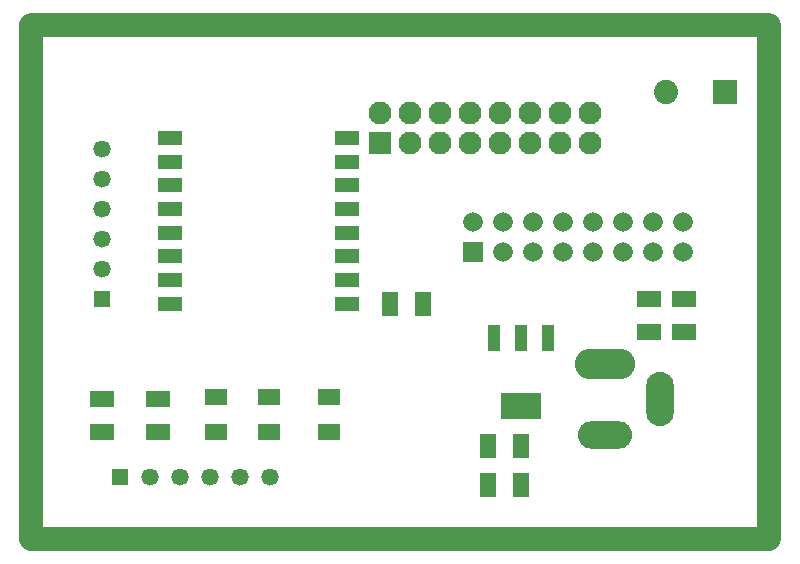
<source format=gbs>
G04*
G04 #@! TF.GenerationSoftware,Altium Limited,Altium Designer,20.1.12 (249)*
G04*
G04 Layer_Color=16711935*
%FSLAX44Y44*%
%MOMM*%
G71*
G04*
G04 #@! TF.SameCoordinates,2C1882C9-CBDB-4859-8E7C-5A4850A28F2A*
G04*
G04*
G04 #@! TF.FilePolarity,Negative*
G04*
G01*
G75*
%ADD27C,2.0000*%
%ADD31R,1.4700X2.0100*%
%ADD32R,2.0100X1.4700*%
%ADD33R,1.8700X1.3300*%
%ADD39R,1.6700X1.6700*%
%ADD40C,1.6700*%
%ADD41C,1.4700*%
%ADD42R,1.4700X1.4700*%
%ADD43R,1.4700X1.4700*%
%ADD44O,2.3500X4.6000*%
%ADD45O,4.6000X2.3500*%
%ADD46O,5.1000X2.6000*%
%ADD47R,2.0500X2.0500*%
%ADD48C,2.0500*%
%ADD49C,1.9500*%
%ADD50R,1.9500X1.9500*%
%ADD70R,2.1000X1.3000*%
%ADD71R,3.3500X2.2500*%
%ADD72R,1.0500X2.2500*%
D27*
X-10000Y-10000D02*
X615000Y-10164D01*
X-10000Y425160D02*
X-10000Y-10000D01*
X-10000Y425160D02*
X615000Y424996D01*
X615000Y-10164D01*
D31*
X405210Y35000D02*
D03*
X376790D02*
D03*
X405210Y68000D02*
D03*
X376790D02*
D03*
X294000Y189000D02*
D03*
X322420D02*
D03*
D32*
X543000Y164790D02*
D03*
Y193210D02*
D03*
X513000Y164790D02*
D03*
Y193210D02*
D03*
X50000Y108210D02*
D03*
Y79790D02*
D03*
X98000Y108210D02*
D03*
Y79790D02*
D03*
D33*
X242000Y80340D02*
D03*
Y109660D02*
D03*
X147000Y109660D02*
D03*
Y80340D02*
D03*
X192000Y109660D02*
D03*
Y80340D02*
D03*
D39*
X364600Y233000D02*
D03*
D40*
Y258400D02*
D03*
X390000Y233000D02*
D03*
Y258400D02*
D03*
X415400Y233000D02*
D03*
Y258400D02*
D03*
X440800Y233000D02*
D03*
Y258400D02*
D03*
X466200Y233000D02*
D03*
Y258400D02*
D03*
X491600Y233000D02*
D03*
Y258400D02*
D03*
X517000Y233000D02*
D03*
Y258400D02*
D03*
X542400Y233000D02*
D03*
Y258400D02*
D03*
D41*
X50000Y319800D02*
D03*
Y294400D02*
D03*
Y269000D02*
D03*
Y243600D02*
D03*
Y218200D02*
D03*
X192200Y42000D02*
D03*
X166800D02*
D03*
X141400D02*
D03*
X116000D02*
D03*
X90600D02*
D03*
D42*
X50000Y192800D02*
D03*
D43*
X65200Y42000D02*
D03*
D44*
X523000Y108000D02*
D03*
D45*
X476000Y78000D02*
D03*
D46*
Y138000D02*
D03*
D47*
X578000Y368000D02*
D03*
D48*
X528000D02*
D03*
D49*
X463400Y350000D02*
D03*
Y324600D02*
D03*
X438000Y350000D02*
D03*
Y324600D02*
D03*
X412600Y350000D02*
D03*
Y324600D02*
D03*
X387200Y350000D02*
D03*
Y324600D02*
D03*
X361800Y350000D02*
D03*
Y324600D02*
D03*
X336400Y350000D02*
D03*
Y324600D02*
D03*
X311000Y350000D02*
D03*
Y324600D02*
D03*
X285600Y350000D02*
D03*
D50*
Y324600D02*
D03*
D70*
X107650Y328930D02*
D03*
Y308930D02*
D03*
Y288930D02*
D03*
Y268930D02*
D03*
Y248930D02*
D03*
Y228930D02*
D03*
Y208930D02*
D03*
Y188930D02*
D03*
X257650D02*
D03*
Y208930D02*
D03*
Y228930D02*
D03*
Y248930D02*
D03*
Y268930D02*
D03*
Y288930D02*
D03*
Y308930D02*
D03*
Y328930D02*
D03*
D71*
X405000Y102000D02*
D03*
D72*
X428000Y160000D02*
D03*
X405000D02*
D03*
X382000D02*
D03*
M02*

</source>
